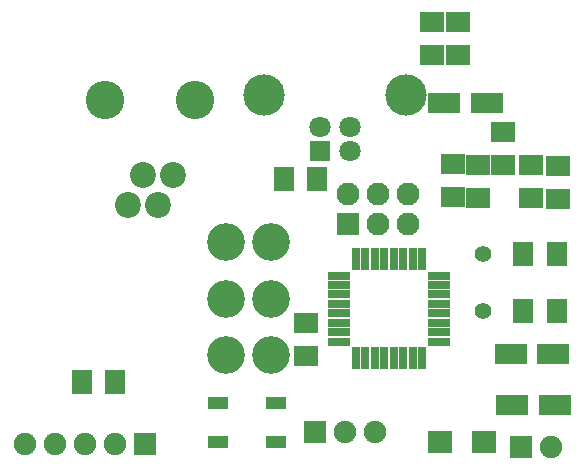
<source format=gbr>
G04 DipTrace 2.4.0.2*
%INTopMask.gbr*%
%MOIN*%
%ADD42C,0.128*%
%ADD52C,0.0559*%
%ADD54C,0.1378*%
%ADD56C,0.0709*%
%ADD58R,0.0709X0.0709*%
%ADD60R,0.0669X0.0433*%
%ADD62R,0.0276X0.0748*%
%ADD64R,0.0748X0.0276*%
%ADD66C,0.0866*%
%ADD68C,0.126*%
%ADD72C,0.0768*%
%ADD74R,0.0768X0.0768*%
%ADD78R,0.0787X0.074*%
%ADD80R,0.1102X0.0709*%
%ADD82R,0.0787X0.0709*%
%ADD84R,0.0709X0.0787*%
%ADD86C,0.0748*%
%ADD88R,0.0748X0.0748*%
%FSLAX44Y44*%
G04*
G70*
G90*
G75*
G01*
%LNTopMask*%
%LPD*%
D88*
X11500Y4750D3*
D86*
X10500D3*
X9500D3*
X8500D3*
X7500D3*
D84*
X24110Y11081D3*
X25212D3*
X24110Y9175D3*
X25212D3*
D82*
X16866Y7683D3*
Y8786D3*
D80*
X23685Y7737D3*
X25102D3*
D82*
X21764Y14060D3*
Y12958D3*
X22611Y12936D3*
Y14039D3*
X25245Y12900D3*
Y14002D3*
D84*
X16134Y13568D3*
X17236D3*
D80*
X22886Y16091D3*
X21469D3*
X23732Y6053D3*
X25149D3*
D78*
X21338Y4809D3*
X22787D3*
D82*
X21937Y18813D3*
Y17711D3*
D74*
X18259Y12071D3*
D72*
X19259D3*
X20259D3*
Y13071D3*
X19259D3*
X18259D3*
D68*
X14187Y7687D3*
Y9577D3*
Y11467D3*
X15687Y11469D3*
Y9579D3*
Y7689D3*
D88*
X24026Y4650D3*
D86*
X25026D3*
D88*
X17156Y5146D3*
D86*
X18156D3*
X19156D3*
D82*
X24348Y12931D3*
Y14034D3*
D84*
X10500Y6813D3*
X9397D3*
D82*
X21064Y18792D3*
Y17690D3*
X23443Y14035D3*
Y15137D3*
D66*
X12424Y13717D3*
X11924Y12717D3*
X11424Y13717D3*
X10924Y12717D3*
D42*
X10174Y16216D3*
X13174D3*
D64*
X21279Y8148D3*
Y8463D3*
Y8778D3*
Y9093D3*
Y9408D3*
Y9723D3*
Y10038D3*
Y10353D3*
D62*
X20727Y10904D3*
X20412D3*
X20097D3*
X19783D3*
X19468D3*
X19153D3*
X18838D3*
X18523D3*
D64*
X17972Y10353D3*
Y10038D3*
Y9723D3*
Y9408D3*
Y9093D3*
Y8778D3*
Y8463D3*
Y8148D3*
D62*
X18523Y7597D3*
X18838D3*
X19153D3*
X19468D3*
X19783D3*
X20097D3*
X20412D3*
X20727D3*
D60*
X13922Y6117D3*
Y4818D3*
X15851D3*
Y6117D3*
D58*
X17336Y14508D3*
D56*
X18320D3*
Y15295D3*
X17336D3*
D54*
X20198Y16362D3*
X15458D3*
D52*
X22756Y11078D3*
Y9178D3*
M02*

</source>
